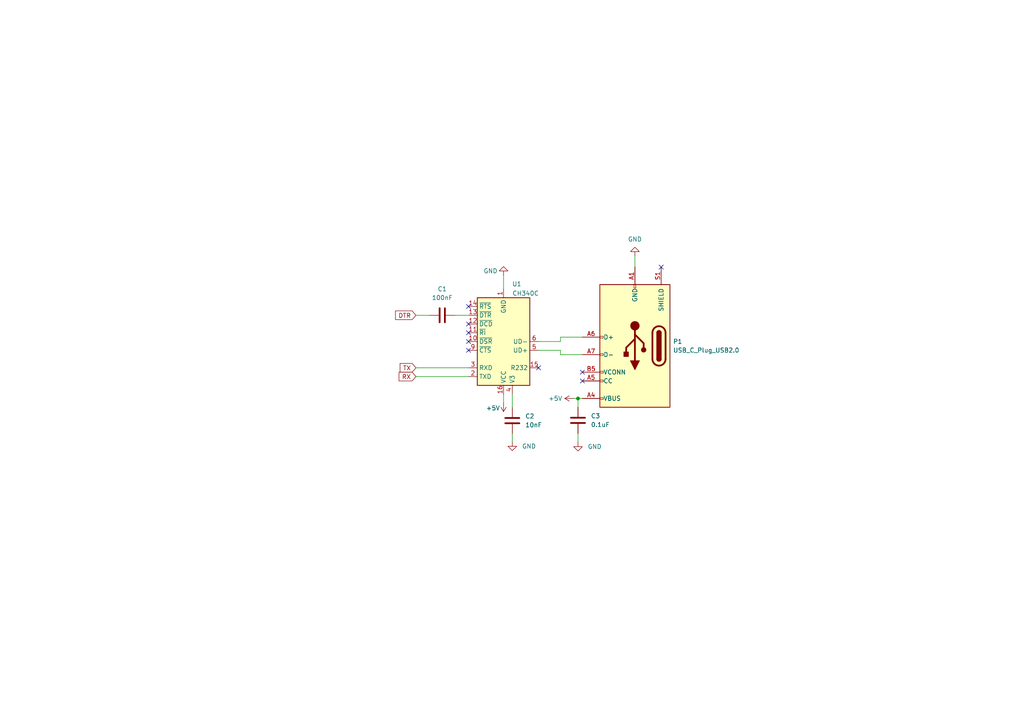
<source format=kicad_sch>
(kicad_sch (version 20230121) (generator eeschema)
  (paper "A4")
  (lib_symbols
    (symbol "Connector:USB_C_Plug_USB2.0" (pin_names (offset 1.016))
      (property "Reference" "P" (at -10.16 19.05 0))
      (property "Value" "USB_C_Plug_USB2.0" (at 12.7 19.05 0))
      (symbol "USB_C_Plug_USB2.0_0_0"
        (rectangle (start -0.254 -17.78) (end 0.254 -16.764))
        (rectangle (start 10.16 -2.286) (end 9.144 -2.794))
        (rectangle (start 10.16 2.794) (end 9.144 2.286))
        (rectangle (start 10.16 7.874) (end 9.144 7.366))
        (rectangle (start 10.16 10.414) (end 9.144 9.906))
        (rectangle (start 10.16 15.494) (end 9.144 14.986))
      )
      (symbol "USB_C_Plug_USB2.0_0_1"
        (rectangle (start -10.16 17.78) (end 10.16 -17.78) (stroke (width 0.254)) (fill (type background)))
        (arc (start -8.89 -3.81) (mid -6.985 -5.7067) (end -5.08 -3.81) (stroke (width 0.508)))
        (arc (start -7.62 -3.81) (mid -6.985 -4.4423) (end -6.35 -3.81) (stroke (width 0.254)))
        (arc (start -7.62 -3.81) (mid -6.985 -4.4423) (end -6.35 -3.81) (stroke (width 0.254)) (fill (type outline)))
        (rectangle (start -7.62 -3.81) (end -6.35 3.81) (stroke (width 0.254)) (fill (type outline)))
        (arc (start -6.35 3.81) (mid -6.985 4.4423) (end -7.62 3.81) (stroke (width 0.254)))
        (arc (start -6.35 3.81) (mid -6.985 4.4423) (end -7.62 3.81) (stroke (width 0.254)) (fill (type outline)))
        (arc (start -5.08 3.81) (mid -6.985 5.7067) (end -8.89 3.81) (stroke (width 0.508)))
        (circle (center -2.54 1.143) (radius 0.635) (stroke (width 0.254)) (fill (type outline)))
        (circle (center 0 -5.842) (radius 1.27) (fill (type outline)))
        (polyline (pts (xy -8.89 -3.81) (xy -8.89 3.81)) (stroke (width 0.508)))
        (polyline (pts (xy -5.08 3.81) (xy -5.08 -3.81)) (stroke (width 0.508)))
        (polyline (pts (xy 0 -5.842) (xy 0 4.318)) (stroke (width 0.508)))
        (polyline (pts (xy 0 -3.302) (xy -2.54 -0.762) (xy -2.54 0.508)) (stroke (width 0.508)))
        (polyline (pts (xy 0 -2.032) (xy 2.54 0.508) (xy 2.54 1.778)) (stroke (width 0.508)))
        (polyline (pts (xy -1.27 4.318) (xy 0 6.858) (xy 1.27 4.318) (xy -1.27 4.318)) (stroke (width 0.254)) (fill (type outline)))
        (rectangle (start 1.905 1.778) (end 3.175 3.048) (stroke (width 0.254)) (fill (type outline)))
      )
      (symbol "USB_C_Plug_USB2.0_1_1"
        (pin passive line (at 0 -22.86 90) (length 5.08) (name "GND") (number "A1"))
        (pin passive line (at 0 -22.86 90) (length 5.08) hide (name "GND") (number "A12"))
        (pin passive line (at 15.24 15.24 180) (length 5.08) (name "VBUS") (number "A4"))
        (pin bidirectional line (at 15.24 10.16 180) (length 5.08) (name "CC") (number "A5"))
        (pin bidirectional line (at 15.24 -2.54 180) (length 5.08) (name "D+") (number "A6"))
        (pin bidirectional line (at 15.24 2.54 180) (length 5.08) (name "D-") (number "A7"))
        (pin passive line (at 15.24 15.24 180) (length 5.08) hide (name "VBUS") (number "A9"))
        (pin passive line (at 0 -22.86 90) (length 5.08) hide (name "GND") (number "B1"))
        (pin passive line (at 0 -22.86 90) (length 5.08) hide (name "GND") (number "B12"))
        (pin passive line (at 15.24 15.24 180) (length 5.08) hide (name "VBUS") (number "B4"))
        (pin bidirectional line (at 15.24 7.62 180) (length 5.08) (name "VCONN") (number "B5"))
        (pin passive line (at 15.24 15.24 180) (length 5.08) hide (name "VBUS") (number "B9"))
        (pin passive line (at -7.62 -22.86 90) (length 5.08) (name "SHIELD") (number "S1"))
      )
    )
    (symbol "Device:C" (pin_numbers hide) (pin_names (offset 0.254))
      (property "Reference" "C" (at 0.635 2.54 0))
      (property "Value" "C" (at 0.635 -2.54 0))
      (symbol "C_0_1"
        (polyline (pts (xy -2.032 -0.762) (xy 2.032 -0.762)) (stroke (width 0.508)))
        (polyline (pts (xy -2.032 0.762) (xy 2.032 0.762)) (stroke (width 0.508)))
      )
      (symbol "C_1_1"
        (pin passive line (at 0 3.81 270) (length 2.794) (name "~") (number "1"))
        (pin passive line (at 0 -3.81 90) (length 2.794) (name "~") (number "2"))
      )
    )
    (symbol "Interface_USB:CH340C"
      (property "Reference" "U" (at -5.08 13.97 0))
      (property "Value" "CH340C" (at 1.27 13.97 0))
      (symbol "CH340C_0_1"
        (rectangle (start -7.62 12.7) (end 7.62 -12.7) (stroke (width 0.254)) (fill (type background)))
      )
      (symbol "CH340C_1_1"
        (pin power_in line (at 0 -15.24 90) (length 2.54) (name "GND") (number "1"))
        (pin input line (at 10.16 0 180) (length 2.54) (name "~{DSR}") (number "10"))
        (pin input line (at 10.16 -2.54 180) (length 2.54) (name "~{RI}") (number "11"))
        (pin input line (at 10.16 -5.08 180) (length 2.54) (name "~{DCD}") (number "12"))
        (pin output line (at 10.16 -7.62 180) (length 2.54) (name "~{DTR}") (number "13"))
        (pin output line (at 10.16 -10.16 180) (length 2.54) (name "~{RTS}") (number "14"))
        (pin input line (at -10.16 7.62 0) (length 2.54) (name "R232") (number "15"))
        (pin power_in line (at 0 15.24 270) (length 2.54) (name "VCC") (number "16"))
        (pin output line (at 10.16 10.16 180) (length 2.54) (name "TXD") (number "2"))
        (pin input line (at 10.16 7.62 180) (length 2.54) (name "RXD") (number "3"))
        (pin passive line (at -2.54 15.24 270) (length 2.54) (name "V3") (number "4"))
        (pin bidirectional line (at -10.16 2.54 0) (length 2.54) (name "UD+") (number "5"))
        (pin bidirectional line (at -10.16 0 0) (length 2.54) (name "UD-") (number "6"))
        (pin no_connect line (at -7.62 -7.62 0) (length 2.54) hide (name "NC") (number "7"))
        (pin no_connect line (at -7.62 -10.16 0) (length 2.54) hide (name "NC") (number "8"))
        (pin input line (at 10.16 2.54 180) (length 2.54) (name "~{CTS}") (number "9"))
      )
    )
    (symbol "power:+5V" (power) (pin_names (offset 0))
      (property "Value" "+5V" (at 0 3.556 0))
      (symbol "+5V_0_1"
        (polyline (pts (xy -0.762 1.27) (xy 0 2.54)))
        (polyline (pts (xy 0 0) (xy 0 2.54)))
        (polyline (pts (xy 0 2.54) (xy 0.762 1.27)))
      )
      (symbol "+5V_1_1"
        (pin power_in line (at 0 0 90) (length 0) hide (name "+5V") (number "1"))
      )
    )
    (symbol "power:GND" (power) (pin_names (offset 0))
      (property "Value" "GND" (at 0 -3.81 0))
      (symbol "GND_0_1"
        (polyline (pts (xy 0 0) (xy 0 -1.27) (xy 1.27 -1.27) (xy 0 -2.54) (xy -1.27 -1.27) (xy 0 -1.27)))
      )
      (symbol "GND_1_1"
        (pin power_in line (at 0 0 270) (length 0) hide (name "GND") (number "1"))
      )
    )
  )
  (junction (at 167.64 115.57))
  (no_connect (at 191.77 77.47))
  (no_connect (at 135.89 99.06))
  (no_connect (at 156.21 106.68))
  (no_connect (at 168.91 110.49))
  (no_connect (at 135.89 96.52))
  (no_connect (at 135.89 93.98))
  (no_connect (at 168.91 107.95))
  (no_connect (at 135.89 101.6))
  (no_connect (at 135.89 88.9))
  (wire (pts (xy 146.05 79.8576) (xy 146.05 83.82)))
  (wire (pts (xy 162.56 102.87) (xy 168.91 102.87)))
  (wire (pts (xy 166.37 115.57) (xy 167.64 115.57)))
  (wire (pts (xy 148.59 114.3) (xy 148.59 118.1862)))
  (wire (pts (xy 120.65 91.44) (xy 124.46 91.44)))
  (wire (pts (xy 120.65 109.22) (xy 135.89 109.22)))
  (wire (pts (xy 146.05 114.3) (xy 146.05 116.84)))
  (wire (pts (xy 162.56 97.79) (xy 168.91 97.79)))
  (wire (pts (xy 156.21 101.6) (xy 162.56 101.6)))
  (wire (pts (xy 162.56 101.6) (xy 162.56 102.87)))
  (wire (pts (xy 132.08 91.44) (xy 135.89 91.44)))
  (wire (pts (xy 167.64 115.57) (xy 167.64 118.11)))
  (wire (pts (xy 148.59 125.8062) (xy 148.59 128.1684)))
  (wire (pts (xy 167.64 125.73) (xy 167.64 128.27)))
  (wire (pts (xy 184.15 74.2442) (xy 184.15 77.47)))
  (wire (pts (xy 120.65 106.68) (xy 135.89 106.68)))
  (wire (pts (xy 167.64 115.57) (xy 168.91 115.57)))
  (wire (pts (xy 156.21 99.06) (xy 162.56 99.06)))
  (wire (pts (xy 162.56 99.06) (xy 162.56 97.79)))
  (global_label "TX" (shape input) (at 120.65 106.68 180) (property "Intersheetrefs" "${INTERSHEET_REFS}" (effects hide)))
  (global_label "DTR" (shape input) (at 120.65 91.44 180) (property "Intersheetrefs" "${INTERSHEET_REFS}" (effects hide)))
  (global_label "RX" (shape input) (at 120.65 109.22 180) (property "Intersheetrefs" "${INTERSHEET_REFS}" (effects hide)))
  (symbol (lib_id "power:+5V") (at 146.05 116.84 180) (unit 1)
    (property "Reference" "#PWR03" (effects hide))
    (property "Value" "+5V" (at 140.9446 118.364 0) (effects (justify right)))
  )
  (symbol (lib_id "Interface_USB:CH340C") (at 146.05 99.06 180) (unit 1)
    (property "Reference" "U1" (at 148.5138 82.3722 0) (effects (justify right)))
    (property "Value" "CH340C" (at 148.59 85.09 0) (effects (justify right)))
    (property "Footprint" "Package_SO:SOIC-16_3.9x9.9mm_P1.27mm" (effects hide))
    (property "Datasheet" "https://datasheet.lcsc.com/szlcsc/Jiangsu-Qin-Heng-CH340C_C84681.pdf" (effects hide))
  )
  (symbol (lib_id "Connector:USB_C_Plug_USB2.0") (at 184.15 100.33 180) (unit 1)
    (property "Reference" "P1" (at 195.199 99.0599 0) (effects (justify right)))
    (property "Value" "USB_C_Plug_USB2.0" (at 195.199 101.5999 0) (effects (justify right)))
    (property "Datasheet" "https://www.usb.org/sites/default/files/documents/usb_type-c.zip" (effects hide))
  )
  (symbol (lib_id "power:GND") (at 167.64 128.27 0) (unit 1)
    (property "Reference" "#PWR01" (effects hide))
    (property "Value" "GND" (at 170.434 129.5399 0) (effects (justify left)))
  )
  (symbol (lib_id "power:+5V") (at 166.37 115.57 90) (unit 1)
    (property "Reference" "#PWR07" (effects hide))
    (property "Value" "+5V" (at 163.1188 115.5699 90) (effects (justify left)))
  )
  (symbol (lib_id "power:GND") (at 184.15 74.2442 180) (unit 1)
    (property "Reference" "#PWR08" (effects hide))
    (property "Value" "GND" (at 184.15 69.3928 0))
  )
  (symbol (lib_id "power:GND") (at 148.59 128.1684 0) (unit 1)
    (property "Reference" "#PWR04" (effects hide))
    (property "Value" "GND" (at 151.384 129.4383 0) (effects (justify left)))
  )
  (symbol (lib_id "Device:C") (at 128.27 91.44 270) (unit 1)
    (property "Reference" "C1" (at 128.27 83.82 90))
    (property "Value" "100nF" (at 128.27 86.36 90))
  )
  (symbol (lib_id "power:GND") (at 146.05 79.8576 180) (unit 1)
    (property "Reference" "#PWR02" (effects hide))
    (property "Value" "GND" (at 140.2334 78.5876 0) (effects (justify right)))
  )
  (symbol (lib_id "Device:C") (at 148.59 121.9962 180) (unit 1)
    (property "Reference" "C2" (at 152.3238 120.7261 0) (effects (justify right)))
    (property "Value" "10nF" (at 152.3238 123.2661 0) (effects (justify right)))
  )
  (symbol (lib_id "Device:C") (at 167.64 121.92 180) (unit 1)
    (property "Reference" "C3" (at 171.3738 120.6499 0) (effects (justify right)))
    (property "Value" "0.1uF" (at 171.3738 123.1899 0) (effects (justify right)))
  )
)
</source>
